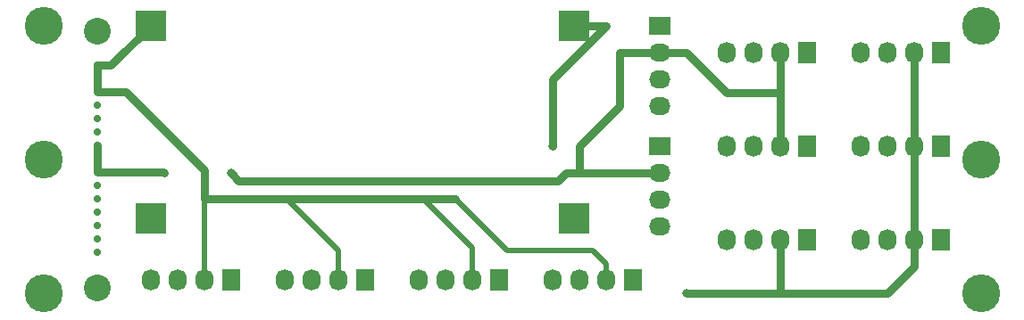
<source format=gbr>
%TF.GenerationSoftware,KiCad,Pcbnew,(5.1.10)-1*%
%TF.CreationDate,2021-07-17T09:46:38+08:00*%
%TF.ProjectId,FanDCControl,46616e44-4343-46f6-9e74-726f6c2e6b69,rev?*%
%TF.SameCoordinates,Original*%
%TF.FileFunction,Copper,L1,Top*%
%TF.FilePolarity,Positive*%
%FSLAX46Y46*%
G04 Gerber Fmt 4.6, Leading zero omitted, Abs format (unit mm)*
G04 Created by KiCad (PCBNEW (5.1.10)-1) date 2021-07-17 09:46:38*
%MOMM*%
%LPD*%
G01*
G04 APERTURE LIST*
%TA.AperFunction,ComponentPad*%
%ADD10C,0.700000*%
%TD*%
%TA.AperFunction,WasherPad*%
%ADD11C,2.540000*%
%TD*%
%TA.AperFunction,ComponentPad*%
%ADD12R,3.000000X3.000000*%
%TD*%
%TA.AperFunction,ComponentPad*%
%ADD13O,1.730000X2.030000*%
%TD*%
%TA.AperFunction,ComponentPad*%
%ADD14R,1.730000X2.030000*%
%TD*%
%TA.AperFunction,ComponentPad*%
%ADD15O,2.030000X1.730000*%
%TD*%
%TA.AperFunction,ComponentPad*%
%ADD16R,2.030000X1.730000*%
%TD*%
%TA.AperFunction,ViaPad*%
%ADD17C,3.600000*%
%TD*%
%TA.AperFunction,ViaPad*%
%ADD18C,0.800000*%
%TD*%
%TA.AperFunction,Conductor*%
%ADD19C,0.500000*%
%TD*%
%TA.AperFunction,Conductor*%
%ADD20C,0.750000*%
%TD*%
G04 APERTURE END LIST*
D10*
%TO.P,U2,14*%
%TO.N,+12V*%
X78740000Y-71062000D03*
%TO.P,U2,13*%
X78740000Y-72332000D03*
%TO.P,U2,15*%
X78740000Y-69792000D03*
%TO.P,U2,10*%
%TO.N,GND*%
X78740000Y-76142000D03*
%TO.P,U2,12*%
X78740000Y-73602000D03*
%TO.P,U2,11*%
%TO.N,N/C*%
X78740000Y-74872000D03*
%TO.P,U2,9*%
%TO.N,+5V*%
X78740000Y-77412000D03*
%TO.P,U2,8*%
X78740000Y-78682000D03*
%TO.P,U2,7*%
X78740000Y-79952000D03*
%TO.P,U2,6*%
%TO.N,GND*%
X78740000Y-81222000D03*
%TO.P,U2,5*%
X78740000Y-82492000D03*
%TO.P,U2,4*%
X78740000Y-83762000D03*
%TO.P,U2,3*%
%TO.N,N/C*%
X78740000Y-85032000D03*
%TO.P,U2,2*%
X78740000Y-86302000D03*
%TO.P,U2,1*%
X78740000Y-87572000D03*
D11*
%TO.P,U2,*%
%TO.N,*%
X78740000Y-66522600D03*
X78740000Y-90932000D03*
%TD*%
D12*
%TO.P,U1,4*%
%TO.N,GND*%
X123952000Y-84328000D03*
%TO.P,U1,1*%
%TO.N,+12V*%
X83820000Y-66040000D03*
%TO.P,U1,2*%
%TO.N,GND*%
X83820000Y-84328000D03*
%TO.P,U1,3*%
%TO.N,+8V*%
X123952000Y-66040000D03*
%TD*%
D13*
%TO.P,FAN4,4*%
%TO.N,N/C*%
X151130000Y-86360000D03*
%TO.P,FAN4,3*%
X153670000Y-86360000D03*
%TO.P,FAN4,2*%
%TO.N,+8V*%
X156210000Y-86360000D03*
D14*
%TO.P,FAN4,1*%
%TO.N,GND*%
X158750000Y-86360000D03*
%TD*%
D13*
%TO.P,FAN3,4*%
%TO.N,N/C*%
X151130000Y-77470000D03*
%TO.P,FAN3,3*%
X153670000Y-77470000D03*
%TO.P,FAN3,2*%
%TO.N,+8V*%
X156210000Y-77470000D03*
D14*
%TO.P,FAN3,1*%
%TO.N,GND*%
X158750000Y-77470000D03*
%TD*%
D13*
%TO.P,FAN2,4*%
%TO.N,N/C*%
X151130000Y-68580000D03*
%TO.P,FAN2,3*%
X153670000Y-68580000D03*
%TO.P,FAN2,2*%
%TO.N,+8V*%
X156210000Y-68580000D03*
D14*
%TO.P,FAN2,1*%
%TO.N,GND*%
X158750000Y-68580000D03*
%TD*%
D13*
%TO.P,FAN1,4*%
%TO.N,N/C*%
X138430000Y-86360000D03*
%TO.P,FAN1,3*%
X140970000Y-86360000D03*
%TO.P,FAN1,2*%
%TO.N,+8V*%
X143510000Y-86360000D03*
D14*
%TO.P,FAN1,1*%
%TO.N,GND*%
X146050000Y-86360000D03*
%TD*%
D13*
%TO.P,5V_FAN4,4*%
%TO.N,N/C*%
X138430000Y-77470000D03*
%TO.P,5V_FAN4,3*%
X140970000Y-77470000D03*
%TO.P,5V_FAN4,2*%
%TO.N,+5V*%
X143510000Y-77470000D03*
D14*
%TO.P,5V_FAN4,1*%
%TO.N,GND*%
X146050000Y-77470000D03*
%TD*%
D13*
%TO.P,5V_FAN3,4*%
%TO.N,N/C*%
X138430000Y-68580000D03*
%TO.P,5V_FAN3,3*%
X140970000Y-68580000D03*
%TO.P,5V_FAN3,2*%
%TO.N,+5V*%
X143510000Y-68580000D03*
D14*
%TO.P,5V_FAN3,1*%
%TO.N,GND*%
X146050000Y-68580000D03*
%TD*%
D15*
%TO.P,5V_FAN2,4*%
%TO.N,N/C*%
X132080000Y-85090000D03*
%TO.P,5V_FAN2,3*%
X132080000Y-82550000D03*
%TO.P,5V_FAN2,2*%
%TO.N,+5V*%
X132080000Y-80010000D03*
D16*
%TO.P,5V_FAN2,1*%
%TO.N,GND*%
X132080000Y-77470000D03*
%TD*%
D15*
%TO.P,5V_FAN1,4*%
%TO.N,N/C*%
X132080000Y-73660000D03*
%TO.P,5V_FAN1,3*%
X132080000Y-71120000D03*
%TO.P,5V_FAN1,2*%
%TO.N,+5V*%
X132080000Y-68580000D03*
D16*
%TO.P,5V_FAN1,1*%
%TO.N,GND*%
X132080000Y-66040000D03*
%TD*%
D13*
%TO.P,12V_FAN4,4*%
%TO.N,N/C*%
X109220000Y-90170000D03*
%TO.P,12V_FAN4,3*%
X111760000Y-90170000D03*
%TO.P,12V_FAN4,2*%
%TO.N,+12V*%
X114300000Y-90170000D03*
D14*
%TO.P,12V_FAN4,1*%
%TO.N,GND*%
X116840000Y-90170000D03*
%TD*%
D13*
%TO.P,12V_FAN3,4*%
%TO.N,N/C*%
X121920000Y-90170000D03*
%TO.P,12V_FAN3,3*%
X124460000Y-90170000D03*
%TO.P,12V_FAN3,2*%
%TO.N,+12V*%
X127000000Y-90170000D03*
D14*
%TO.P,12V_FAN3,1*%
%TO.N,GND*%
X129540000Y-90170000D03*
%TD*%
D13*
%TO.P,12V_FAN2,4*%
%TO.N,N/C*%
X83820000Y-90170000D03*
%TO.P,12V_FAN2,3*%
X86360000Y-90170000D03*
%TO.P,12V_FAN2,2*%
%TO.N,+12V*%
X88900000Y-90170000D03*
D14*
%TO.P,12V_FAN2,1*%
%TO.N,GND*%
X91440000Y-90170000D03*
%TD*%
D13*
%TO.P,12V_FAN1,4*%
%TO.N,N/C*%
X96520000Y-90170000D03*
%TO.P,12V_FAN1,3*%
X99060000Y-90170000D03*
%TO.P,12V_FAN1,2*%
%TO.N,+12V*%
X101600000Y-90170000D03*
D14*
%TO.P,12V_FAN1,1*%
%TO.N,GND*%
X104140000Y-90170000D03*
%TD*%
D17*
%TO.N,*%
X73660000Y-78740000D03*
X162560000Y-78740000D03*
X162560000Y-66040000D03*
X162560000Y-91440000D03*
X73660000Y-91440000D03*
X73660000Y-66040000D03*
D18*
%TO.N,+5V*%
X85090000Y-80010000D03*
X91440000Y-80010000D03*
%TO.N,+8V*%
X121920000Y-77470000D03*
X134620000Y-91440000D03*
%TD*%
D19*
%TO.N,+12V*%
X88900000Y-82492000D02*
X88900000Y-90170000D01*
X101600000Y-87376000D02*
X101600000Y-90170000D01*
X96716000Y-82492000D02*
X101600000Y-87376000D01*
X114300000Y-87122000D02*
X114300000Y-90170000D01*
X109670000Y-82492000D02*
X114300000Y-87122000D01*
X112718000Y-82492000D02*
X117602000Y-87376000D01*
X117602000Y-87376000D02*
X125730000Y-87376000D01*
X127000000Y-88646000D02*
X127000000Y-90170000D01*
X125730000Y-87376000D02*
X127000000Y-88646000D01*
D20*
X78740000Y-69792000D02*
X78740000Y-71062000D01*
X78740000Y-71062000D02*
X78740000Y-72332000D01*
X80068000Y-69792000D02*
X83820000Y-66040000D01*
X78740000Y-69792000D02*
X80068000Y-69792000D01*
X78740000Y-72332000D02*
X81476000Y-72332000D01*
X88900000Y-79756000D02*
X88900000Y-82492000D01*
X81476000Y-72332000D02*
X88900000Y-79756000D01*
X88900000Y-82492000D02*
X112718000Y-82492000D01*
%TO.N,+5V*%
X78740000Y-77412000D02*
X78740000Y-78682000D01*
X78740000Y-78682000D02*
X78740000Y-79952000D01*
X85032000Y-79952000D02*
X85090000Y-80010000D01*
X78740000Y-79952000D02*
X85032000Y-79952000D01*
X92185001Y-80755001D02*
X122444999Y-80755001D01*
X91440000Y-80010000D02*
X92185001Y-80755001D01*
X122444999Y-80755001D02*
X123190000Y-80010000D01*
X124460000Y-77470000D02*
X128270000Y-73660000D01*
X123190000Y-80010000D02*
X124460000Y-80010000D01*
X124460000Y-80010000D02*
X124460000Y-77470000D01*
X124460000Y-80010000D02*
X132080000Y-80010000D01*
X128270000Y-73660000D02*
X128270000Y-68580000D01*
X128270000Y-68580000D02*
X132080000Y-68580000D01*
X143510000Y-72390000D02*
X143510000Y-77470000D01*
X138430000Y-72390000D02*
X143510000Y-72390000D01*
X134620000Y-68580000D02*
X138430000Y-72390000D01*
X132080000Y-68580000D02*
X134620000Y-68580000D01*
X143510000Y-72390000D02*
X143510000Y-68580000D01*
%TO.N,+8V*%
X123952000Y-66040000D02*
X127000000Y-66040000D01*
X121920000Y-71120000D02*
X121920000Y-77470000D01*
X127000000Y-66040000D02*
X121920000Y-71120000D01*
X134620000Y-91440000D02*
X143510000Y-91440000D01*
X143510000Y-91440000D02*
X143510000Y-86360000D01*
X156210000Y-88900000D02*
X156210000Y-86360000D01*
X153670000Y-91440000D02*
X156210000Y-88900000D01*
X143510000Y-91440000D02*
X153670000Y-91440000D01*
X156210000Y-86360000D02*
X156210000Y-77470000D01*
X156210000Y-77470000D02*
X156210000Y-68580000D01*
%TD*%
M02*

</source>
